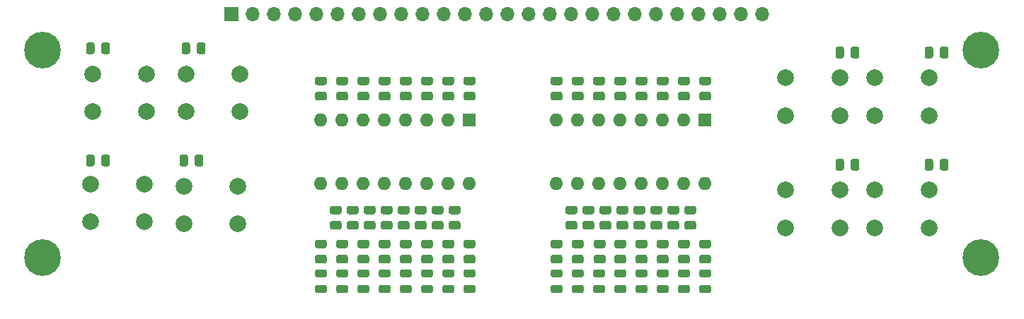
<source format=gbr>
%TF.GenerationSoftware,KiCad,Pcbnew,(5.1.9-0-10_14)*%
%TF.CreationDate,2021-07-06T13:22:30-04:00*%
%TF.ProjectId,prototyping-board,70726f74-6f74-4797-9069-6e672d626f61,rev?*%
%TF.SameCoordinates,Original*%
%TF.FileFunction,Soldermask,Top*%
%TF.FilePolarity,Negative*%
%FSLAX46Y46*%
G04 Gerber Fmt 4.6, Leading zero omitted, Abs format (unit mm)*
G04 Created by KiCad (PCBNEW (5.1.9-0-10_14)) date 2021-07-06 13:22:30*
%MOMM*%
%LPD*%
G01*
G04 APERTURE LIST*
%ADD10C,4.400000*%
%ADD11C,0.700000*%
%ADD12O,1.600000X1.600000*%
%ADD13R,1.600000X1.600000*%
%ADD14O,1.700000X1.700000*%
%ADD15R,1.700000X1.700000*%
%ADD16C,2.000000*%
G04 APERTURE END LIST*
D10*
%TO.C,REF\u002A\u002A*%
X43434000Y-126746000D03*
D11*
X45084000Y-126746000D03*
X44600726Y-127912726D03*
X43434000Y-128396000D03*
X42267274Y-127912726D03*
X41784000Y-126746000D03*
X42267274Y-125579274D03*
X43434000Y-125096000D03*
X44600726Y-125579274D03*
%TD*%
%TO.C,REF\u002A\u002A*%
X44600726Y-100687274D03*
X43434000Y-100204000D03*
X42267274Y-100687274D03*
X41784000Y-101854000D03*
X42267274Y-103020726D03*
X43434000Y-103504000D03*
X44600726Y-103020726D03*
X45084000Y-101854000D03*
D10*
X43434000Y-101854000D03*
%TD*%
D11*
%TO.C,REF\u002A\u002A*%
X156868726Y-125579274D03*
X155702000Y-125096000D03*
X154535274Y-125579274D03*
X154052000Y-126746000D03*
X154535274Y-127912726D03*
X155702000Y-128396000D03*
X156868726Y-127912726D03*
X157352000Y-126746000D03*
D10*
X155702000Y-126746000D03*
%TD*%
%TO.C,R56*%
G36*
G01*
X123132001Y-125584000D02*
X122231999Y-125584000D01*
G75*
G02*
X121982000Y-125334001I0J249999D01*
G01*
X121982000Y-124808999D01*
G75*
G02*
X122231999Y-124559000I249999J0D01*
G01*
X123132001Y-124559000D01*
G75*
G02*
X123382000Y-124808999I0J-249999D01*
G01*
X123382000Y-125334001D01*
G75*
G02*
X123132001Y-125584000I-249999J0D01*
G01*
G37*
G36*
G01*
X123132001Y-127409000D02*
X122231999Y-127409000D01*
G75*
G02*
X121982000Y-127159001I0J249999D01*
G01*
X121982000Y-126633999D01*
G75*
G02*
X122231999Y-126384000I249999J0D01*
G01*
X123132001Y-126384000D01*
G75*
G02*
X123382000Y-126633999I0J-249999D01*
G01*
X123382000Y-127159001D01*
G75*
G02*
X123132001Y-127409000I-249999J0D01*
G01*
G37*
%TD*%
%TO.C,R55*%
G36*
G01*
X120592001Y-125584000D02*
X119691999Y-125584000D01*
G75*
G02*
X119442000Y-125334001I0J249999D01*
G01*
X119442000Y-124808999D01*
G75*
G02*
X119691999Y-124559000I249999J0D01*
G01*
X120592001Y-124559000D01*
G75*
G02*
X120842000Y-124808999I0J-249999D01*
G01*
X120842000Y-125334001D01*
G75*
G02*
X120592001Y-125584000I-249999J0D01*
G01*
G37*
G36*
G01*
X120592001Y-127409000D02*
X119691999Y-127409000D01*
G75*
G02*
X119442000Y-127159001I0J249999D01*
G01*
X119442000Y-126633999D01*
G75*
G02*
X119691999Y-126384000I249999J0D01*
G01*
X120592001Y-126384000D01*
G75*
G02*
X120842000Y-126633999I0J-249999D01*
G01*
X120842000Y-127159001D01*
G75*
G02*
X120592001Y-127409000I-249999J0D01*
G01*
G37*
%TD*%
%TO.C,R54*%
G36*
G01*
X118052001Y-125584000D02*
X117151999Y-125584000D01*
G75*
G02*
X116902000Y-125334001I0J249999D01*
G01*
X116902000Y-124808999D01*
G75*
G02*
X117151999Y-124559000I249999J0D01*
G01*
X118052001Y-124559000D01*
G75*
G02*
X118302000Y-124808999I0J-249999D01*
G01*
X118302000Y-125334001D01*
G75*
G02*
X118052001Y-125584000I-249999J0D01*
G01*
G37*
G36*
G01*
X118052001Y-127409000D02*
X117151999Y-127409000D01*
G75*
G02*
X116902000Y-127159001I0J249999D01*
G01*
X116902000Y-126633999D01*
G75*
G02*
X117151999Y-126384000I249999J0D01*
G01*
X118052001Y-126384000D01*
G75*
G02*
X118302000Y-126633999I0J-249999D01*
G01*
X118302000Y-127159001D01*
G75*
G02*
X118052001Y-127409000I-249999J0D01*
G01*
G37*
%TD*%
%TO.C,R53*%
G36*
G01*
X115512001Y-125584000D02*
X114611999Y-125584000D01*
G75*
G02*
X114362000Y-125334001I0J249999D01*
G01*
X114362000Y-124808999D01*
G75*
G02*
X114611999Y-124559000I249999J0D01*
G01*
X115512001Y-124559000D01*
G75*
G02*
X115762000Y-124808999I0J-249999D01*
G01*
X115762000Y-125334001D01*
G75*
G02*
X115512001Y-125584000I-249999J0D01*
G01*
G37*
G36*
G01*
X115512001Y-127409000D02*
X114611999Y-127409000D01*
G75*
G02*
X114362000Y-127159001I0J249999D01*
G01*
X114362000Y-126633999D01*
G75*
G02*
X114611999Y-126384000I249999J0D01*
G01*
X115512001Y-126384000D01*
G75*
G02*
X115762000Y-126633999I0J-249999D01*
G01*
X115762000Y-127159001D01*
G75*
G02*
X115512001Y-127409000I-249999J0D01*
G01*
G37*
%TD*%
%TO.C,R52*%
G36*
G01*
X112972001Y-125584000D02*
X112071999Y-125584000D01*
G75*
G02*
X111822000Y-125334001I0J249999D01*
G01*
X111822000Y-124808999D01*
G75*
G02*
X112071999Y-124559000I249999J0D01*
G01*
X112972001Y-124559000D01*
G75*
G02*
X113222000Y-124808999I0J-249999D01*
G01*
X113222000Y-125334001D01*
G75*
G02*
X112972001Y-125584000I-249999J0D01*
G01*
G37*
G36*
G01*
X112972001Y-127409000D02*
X112071999Y-127409000D01*
G75*
G02*
X111822000Y-127159001I0J249999D01*
G01*
X111822000Y-126633999D01*
G75*
G02*
X112071999Y-126384000I249999J0D01*
G01*
X112972001Y-126384000D01*
G75*
G02*
X113222000Y-126633999I0J-249999D01*
G01*
X113222000Y-127159001D01*
G75*
G02*
X112972001Y-127409000I-249999J0D01*
G01*
G37*
%TD*%
%TO.C,R51*%
G36*
G01*
X110524001Y-125584000D02*
X109623999Y-125584000D01*
G75*
G02*
X109374000Y-125334001I0J249999D01*
G01*
X109374000Y-124808999D01*
G75*
G02*
X109623999Y-124559000I249999J0D01*
G01*
X110524001Y-124559000D01*
G75*
G02*
X110774000Y-124808999I0J-249999D01*
G01*
X110774000Y-125334001D01*
G75*
G02*
X110524001Y-125584000I-249999J0D01*
G01*
G37*
G36*
G01*
X110524001Y-127409000D02*
X109623999Y-127409000D01*
G75*
G02*
X109374000Y-127159001I0J249999D01*
G01*
X109374000Y-126633999D01*
G75*
G02*
X109623999Y-126384000I249999J0D01*
G01*
X110524001Y-126384000D01*
G75*
G02*
X110774000Y-126633999I0J-249999D01*
G01*
X110774000Y-127159001D01*
G75*
G02*
X110524001Y-127409000I-249999J0D01*
G01*
G37*
%TD*%
%TO.C,R50*%
G36*
G01*
X107892001Y-125584000D02*
X106991999Y-125584000D01*
G75*
G02*
X106742000Y-125334001I0J249999D01*
G01*
X106742000Y-124808999D01*
G75*
G02*
X106991999Y-124559000I249999J0D01*
G01*
X107892001Y-124559000D01*
G75*
G02*
X108142000Y-124808999I0J-249999D01*
G01*
X108142000Y-125334001D01*
G75*
G02*
X107892001Y-125584000I-249999J0D01*
G01*
G37*
G36*
G01*
X107892001Y-127409000D02*
X106991999Y-127409000D01*
G75*
G02*
X106742000Y-127159001I0J249999D01*
G01*
X106742000Y-126633999D01*
G75*
G02*
X106991999Y-126384000I249999J0D01*
G01*
X107892001Y-126384000D01*
G75*
G02*
X108142000Y-126633999I0J-249999D01*
G01*
X108142000Y-127159001D01*
G75*
G02*
X107892001Y-127409000I-249999J0D01*
G01*
G37*
%TD*%
%TO.C,R49*%
G36*
G01*
X105352001Y-125584000D02*
X104451999Y-125584000D01*
G75*
G02*
X104202000Y-125334001I0J249999D01*
G01*
X104202000Y-124808999D01*
G75*
G02*
X104451999Y-124559000I249999J0D01*
G01*
X105352001Y-124559000D01*
G75*
G02*
X105602000Y-124808999I0J-249999D01*
G01*
X105602000Y-125334001D01*
G75*
G02*
X105352001Y-125584000I-249999J0D01*
G01*
G37*
G36*
G01*
X105352001Y-127409000D02*
X104451999Y-127409000D01*
G75*
G02*
X104202000Y-127159001I0J249999D01*
G01*
X104202000Y-126633999D01*
G75*
G02*
X104451999Y-126384000I249999J0D01*
G01*
X105352001Y-126384000D01*
G75*
G02*
X105602000Y-126633999I0J-249999D01*
G01*
X105602000Y-127159001D01*
G75*
G02*
X105352001Y-127409000I-249999J0D01*
G01*
G37*
%TD*%
%TO.C,D16*%
G36*
G01*
X122225750Y-129990000D02*
X123138250Y-129990000D01*
G75*
G02*
X123382000Y-130233750I0J-243750D01*
G01*
X123382000Y-130721250D01*
G75*
G02*
X123138250Y-130965000I-243750J0D01*
G01*
X122225750Y-130965000D01*
G75*
G02*
X121982000Y-130721250I0J243750D01*
G01*
X121982000Y-130233750D01*
G75*
G02*
X122225750Y-129990000I243750J0D01*
G01*
G37*
G36*
G01*
X122225750Y-128115000D02*
X123138250Y-128115000D01*
G75*
G02*
X123382000Y-128358750I0J-243750D01*
G01*
X123382000Y-128846250D01*
G75*
G02*
X123138250Y-129090000I-243750J0D01*
G01*
X122225750Y-129090000D01*
G75*
G02*
X121982000Y-128846250I0J243750D01*
G01*
X121982000Y-128358750D01*
G75*
G02*
X122225750Y-128115000I243750J0D01*
G01*
G37*
%TD*%
%TO.C,D15*%
G36*
G01*
X119685750Y-129990000D02*
X120598250Y-129990000D01*
G75*
G02*
X120842000Y-130233750I0J-243750D01*
G01*
X120842000Y-130721250D01*
G75*
G02*
X120598250Y-130965000I-243750J0D01*
G01*
X119685750Y-130965000D01*
G75*
G02*
X119442000Y-130721250I0J243750D01*
G01*
X119442000Y-130233750D01*
G75*
G02*
X119685750Y-129990000I243750J0D01*
G01*
G37*
G36*
G01*
X119685750Y-128115000D02*
X120598250Y-128115000D01*
G75*
G02*
X120842000Y-128358750I0J-243750D01*
G01*
X120842000Y-128846250D01*
G75*
G02*
X120598250Y-129090000I-243750J0D01*
G01*
X119685750Y-129090000D01*
G75*
G02*
X119442000Y-128846250I0J243750D01*
G01*
X119442000Y-128358750D01*
G75*
G02*
X119685750Y-128115000I243750J0D01*
G01*
G37*
%TD*%
%TO.C,D14*%
G36*
G01*
X117145750Y-129990000D02*
X118058250Y-129990000D01*
G75*
G02*
X118302000Y-130233750I0J-243750D01*
G01*
X118302000Y-130721250D01*
G75*
G02*
X118058250Y-130965000I-243750J0D01*
G01*
X117145750Y-130965000D01*
G75*
G02*
X116902000Y-130721250I0J243750D01*
G01*
X116902000Y-130233750D01*
G75*
G02*
X117145750Y-129990000I243750J0D01*
G01*
G37*
G36*
G01*
X117145750Y-128115000D02*
X118058250Y-128115000D01*
G75*
G02*
X118302000Y-128358750I0J-243750D01*
G01*
X118302000Y-128846250D01*
G75*
G02*
X118058250Y-129090000I-243750J0D01*
G01*
X117145750Y-129090000D01*
G75*
G02*
X116902000Y-128846250I0J243750D01*
G01*
X116902000Y-128358750D01*
G75*
G02*
X117145750Y-128115000I243750J0D01*
G01*
G37*
%TD*%
%TO.C,D13*%
G36*
G01*
X114605750Y-129990000D02*
X115518250Y-129990000D01*
G75*
G02*
X115762000Y-130233750I0J-243750D01*
G01*
X115762000Y-130721250D01*
G75*
G02*
X115518250Y-130965000I-243750J0D01*
G01*
X114605750Y-130965000D01*
G75*
G02*
X114362000Y-130721250I0J243750D01*
G01*
X114362000Y-130233750D01*
G75*
G02*
X114605750Y-129990000I243750J0D01*
G01*
G37*
G36*
G01*
X114605750Y-128115000D02*
X115518250Y-128115000D01*
G75*
G02*
X115762000Y-128358750I0J-243750D01*
G01*
X115762000Y-128846250D01*
G75*
G02*
X115518250Y-129090000I-243750J0D01*
G01*
X114605750Y-129090000D01*
G75*
G02*
X114362000Y-128846250I0J243750D01*
G01*
X114362000Y-128358750D01*
G75*
G02*
X114605750Y-128115000I243750J0D01*
G01*
G37*
%TD*%
%TO.C,D12*%
G36*
G01*
X112065750Y-129990000D02*
X112978250Y-129990000D01*
G75*
G02*
X113222000Y-130233750I0J-243750D01*
G01*
X113222000Y-130721250D01*
G75*
G02*
X112978250Y-130965000I-243750J0D01*
G01*
X112065750Y-130965000D01*
G75*
G02*
X111822000Y-130721250I0J243750D01*
G01*
X111822000Y-130233750D01*
G75*
G02*
X112065750Y-129990000I243750J0D01*
G01*
G37*
G36*
G01*
X112065750Y-128115000D02*
X112978250Y-128115000D01*
G75*
G02*
X113222000Y-128358750I0J-243750D01*
G01*
X113222000Y-128846250D01*
G75*
G02*
X112978250Y-129090000I-243750J0D01*
G01*
X112065750Y-129090000D01*
G75*
G02*
X111822000Y-128846250I0J243750D01*
G01*
X111822000Y-128358750D01*
G75*
G02*
X112065750Y-128115000I243750J0D01*
G01*
G37*
%TD*%
%TO.C,D11*%
G36*
G01*
X109525750Y-129990000D02*
X110438250Y-129990000D01*
G75*
G02*
X110682000Y-130233750I0J-243750D01*
G01*
X110682000Y-130721250D01*
G75*
G02*
X110438250Y-130965000I-243750J0D01*
G01*
X109525750Y-130965000D01*
G75*
G02*
X109282000Y-130721250I0J243750D01*
G01*
X109282000Y-130233750D01*
G75*
G02*
X109525750Y-129990000I243750J0D01*
G01*
G37*
G36*
G01*
X109525750Y-128115000D02*
X110438250Y-128115000D01*
G75*
G02*
X110682000Y-128358750I0J-243750D01*
G01*
X110682000Y-128846250D01*
G75*
G02*
X110438250Y-129090000I-243750J0D01*
G01*
X109525750Y-129090000D01*
G75*
G02*
X109282000Y-128846250I0J243750D01*
G01*
X109282000Y-128358750D01*
G75*
G02*
X109525750Y-128115000I243750J0D01*
G01*
G37*
%TD*%
%TO.C,D10*%
G36*
G01*
X106985750Y-129990000D02*
X107898250Y-129990000D01*
G75*
G02*
X108142000Y-130233750I0J-243750D01*
G01*
X108142000Y-130721250D01*
G75*
G02*
X107898250Y-130965000I-243750J0D01*
G01*
X106985750Y-130965000D01*
G75*
G02*
X106742000Y-130721250I0J243750D01*
G01*
X106742000Y-130233750D01*
G75*
G02*
X106985750Y-129990000I243750J0D01*
G01*
G37*
G36*
G01*
X106985750Y-128115000D02*
X107898250Y-128115000D01*
G75*
G02*
X108142000Y-128358750I0J-243750D01*
G01*
X108142000Y-128846250D01*
G75*
G02*
X107898250Y-129090000I-243750J0D01*
G01*
X106985750Y-129090000D01*
G75*
G02*
X106742000Y-128846250I0J243750D01*
G01*
X106742000Y-128358750D01*
G75*
G02*
X106985750Y-128115000I243750J0D01*
G01*
G37*
%TD*%
%TO.C,D9*%
G36*
G01*
X104445750Y-129990000D02*
X105358250Y-129990000D01*
G75*
G02*
X105602000Y-130233750I0J-243750D01*
G01*
X105602000Y-130721250D01*
G75*
G02*
X105358250Y-130965000I-243750J0D01*
G01*
X104445750Y-130965000D01*
G75*
G02*
X104202000Y-130721250I0J243750D01*
G01*
X104202000Y-130233750D01*
G75*
G02*
X104445750Y-129990000I243750J0D01*
G01*
G37*
G36*
G01*
X104445750Y-128115000D02*
X105358250Y-128115000D01*
G75*
G02*
X105602000Y-128358750I0J-243750D01*
G01*
X105602000Y-128846250D01*
G75*
G02*
X105358250Y-129090000I-243750J0D01*
G01*
X104445750Y-129090000D01*
G75*
G02*
X104202000Y-128846250I0J243750D01*
G01*
X104202000Y-128358750D01*
G75*
G02*
X104445750Y-128115000I243750J0D01*
G01*
G37*
%TD*%
%TO.C,R48*%
G36*
G01*
X94938001Y-125584000D02*
X94037999Y-125584000D01*
G75*
G02*
X93788000Y-125334001I0J249999D01*
G01*
X93788000Y-124808999D01*
G75*
G02*
X94037999Y-124559000I249999J0D01*
G01*
X94938001Y-124559000D01*
G75*
G02*
X95188000Y-124808999I0J-249999D01*
G01*
X95188000Y-125334001D01*
G75*
G02*
X94938001Y-125584000I-249999J0D01*
G01*
G37*
G36*
G01*
X94938001Y-127409000D02*
X94037999Y-127409000D01*
G75*
G02*
X93788000Y-127159001I0J249999D01*
G01*
X93788000Y-126633999D01*
G75*
G02*
X94037999Y-126384000I249999J0D01*
G01*
X94938001Y-126384000D01*
G75*
G02*
X95188000Y-126633999I0J-249999D01*
G01*
X95188000Y-127159001D01*
G75*
G02*
X94938001Y-127409000I-249999J0D01*
G01*
G37*
%TD*%
%TO.C,R47*%
G36*
G01*
X92398001Y-125584000D02*
X91497999Y-125584000D01*
G75*
G02*
X91248000Y-125334001I0J249999D01*
G01*
X91248000Y-124808999D01*
G75*
G02*
X91497999Y-124559000I249999J0D01*
G01*
X92398001Y-124559000D01*
G75*
G02*
X92648000Y-124808999I0J-249999D01*
G01*
X92648000Y-125334001D01*
G75*
G02*
X92398001Y-125584000I-249999J0D01*
G01*
G37*
G36*
G01*
X92398001Y-127409000D02*
X91497999Y-127409000D01*
G75*
G02*
X91248000Y-127159001I0J249999D01*
G01*
X91248000Y-126633999D01*
G75*
G02*
X91497999Y-126384000I249999J0D01*
G01*
X92398001Y-126384000D01*
G75*
G02*
X92648000Y-126633999I0J-249999D01*
G01*
X92648000Y-127159001D01*
G75*
G02*
X92398001Y-127409000I-249999J0D01*
G01*
G37*
%TD*%
%TO.C,R46*%
G36*
G01*
X89858001Y-125584000D02*
X88957999Y-125584000D01*
G75*
G02*
X88708000Y-125334001I0J249999D01*
G01*
X88708000Y-124808999D01*
G75*
G02*
X88957999Y-124559000I249999J0D01*
G01*
X89858001Y-124559000D01*
G75*
G02*
X90108000Y-124808999I0J-249999D01*
G01*
X90108000Y-125334001D01*
G75*
G02*
X89858001Y-125584000I-249999J0D01*
G01*
G37*
G36*
G01*
X89858001Y-127409000D02*
X88957999Y-127409000D01*
G75*
G02*
X88708000Y-127159001I0J249999D01*
G01*
X88708000Y-126633999D01*
G75*
G02*
X88957999Y-126384000I249999J0D01*
G01*
X89858001Y-126384000D01*
G75*
G02*
X90108000Y-126633999I0J-249999D01*
G01*
X90108000Y-127159001D01*
G75*
G02*
X89858001Y-127409000I-249999J0D01*
G01*
G37*
%TD*%
%TO.C,R45*%
G36*
G01*
X87318001Y-125584000D02*
X86417999Y-125584000D01*
G75*
G02*
X86168000Y-125334001I0J249999D01*
G01*
X86168000Y-124808999D01*
G75*
G02*
X86417999Y-124559000I249999J0D01*
G01*
X87318001Y-124559000D01*
G75*
G02*
X87568000Y-124808999I0J-249999D01*
G01*
X87568000Y-125334001D01*
G75*
G02*
X87318001Y-125584000I-249999J0D01*
G01*
G37*
G36*
G01*
X87318001Y-127409000D02*
X86417999Y-127409000D01*
G75*
G02*
X86168000Y-127159001I0J249999D01*
G01*
X86168000Y-126633999D01*
G75*
G02*
X86417999Y-126384000I249999J0D01*
G01*
X87318001Y-126384000D01*
G75*
G02*
X87568000Y-126633999I0J-249999D01*
G01*
X87568000Y-127159001D01*
G75*
G02*
X87318001Y-127409000I-249999J0D01*
G01*
G37*
%TD*%
%TO.C,R44*%
G36*
G01*
X84778001Y-125584000D02*
X83877999Y-125584000D01*
G75*
G02*
X83628000Y-125334001I0J249999D01*
G01*
X83628000Y-124808999D01*
G75*
G02*
X83877999Y-124559000I249999J0D01*
G01*
X84778001Y-124559000D01*
G75*
G02*
X85028000Y-124808999I0J-249999D01*
G01*
X85028000Y-125334001D01*
G75*
G02*
X84778001Y-125584000I-249999J0D01*
G01*
G37*
G36*
G01*
X84778001Y-127409000D02*
X83877999Y-127409000D01*
G75*
G02*
X83628000Y-127159001I0J249999D01*
G01*
X83628000Y-126633999D01*
G75*
G02*
X83877999Y-126384000I249999J0D01*
G01*
X84778001Y-126384000D01*
G75*
G02*
X85028000Y-126633999I0J-249999D01*
G01*
X85028000Y-127159001D01*
G75*
G02*
X84778001Y-127409000I-249999J0D01*
G01*
G37*
%TD*%
%TO.C,R43*%
G36*
G01*
X82238001Y-125584000D02*
X81337999Y-125584000D01*
G75*
G02*
X81088000Y-125334001I0J249999D01*
G01*
X81088000Y-124808999D01*
G75*
G02*
X81337999Y-124559000I249999J0D01*
G01*
X82238001Y-124559000D01*
G75*
G02*
X82488000Y-124808999I0J-249999D01*
G01*
X82488000Y-125334001D01*
G75*
G02*
X82238001Y-125584000I-249999J0D01*
G01*
G37*
G36*
G01*
X82238001Y-127409000D02*
X81337999Y-127409000D01*
G75*
G02*
X81088000Y-127159001I0J249999D01*
G01*
X81088000Y-126633999D01*
G75*
G02*
X81337999Y-126384000I249999J0D01*
G01*
X82238001Y-126384000D01*
G75*
G02*
X82488000Y-126633999I0J-249999D01*
G01*
X82488000Y-127159001D01*
G75*
G02*
X82238001Y-127409000I-249999J0D01*
G01*
G37*
%TD*%
%TO.C,R42*%
G36*
G01*
X79698001Y-125584000D02*
X78797999Y-125584000D01*
G75*
G02*
X78548000Y-125334001I0J249999D01*
G01*
X78548000Y-124808999D01*
G75*
G02*
X78797999Y-124559000I249999J0D01*
G01*
X79698001Y-124559000D01*
G75*
G02*
X79948000Y-124808999I0J-249999D01*
G01*
X79948000Y-125334001D01*
G75*
G02*
X79698001Y-125584000I-249999J0D01*
G01*
G37*
G36*
G01*
X79698001Y-127409000D02*
X78797999Y-127409000D01*
G75*
G02*
X78548000Y-127159001I0J249999D01*
G01*
X78548000Y-126633999D01*
G75*
G02*
X78797999Y-126384000I249999J0D01*
G01*
X79698001Y-126384000D01*
G75*
G02*
X79948000Y-126633999I0J-249999D01*
G01*
X79948000Y-127159001D01*
G75*
G02*
X79698001Y-127409000I-249999J0D01*
G01*
G37*
%TD*%
%TO.C,D8*%
G36*
G01*
X94031750Y-129990000D02*
X94944250Y-129990000D01*
G75*
G02*
X95188000Y-130233750I0J-243750D01*
G01*
X95188000Y-130721250D01*
G75*
G02*
X94944250Y-130965000I-243750J0D01*
G01*
X94031750Y-130965000D01*
G75*
G02*
X93788000Y-130721250I0J243750D01*
G01*
X93788000Y-130233750D01*
G75*
G02*
X94031750Y-129990000I243750J0D01*
G01*
G37*
G36*
G01*
X94031750Y-128115000D02*
X94944250Y-128115000D01*
G75*
G02*
X95188000Y-128358750I0J-243750D01*
G01*
X95188000Y-128846250D01*
G75*
G02*
X94944250Y-129090000I-243750J0D01*
G01*
X94031750Y-129090000D01*
G75*
G02*
X93788000Y-128846250I0J243750D01*
G01*
X93788000Y-128358750D01*
G75*
G02*
X94031750Y-128115000I243750J0D01*
G01*
G37*
%TD*%
%TO.C,D7*%
G36*
G01*
X91491750Y-129990000D02*
X92404250Y-129990000D01*
G75*
G02*
X92648000Y-130233750I0J-243750D01*
G01*
X92648000Y-130721250D01*
G75*
G02*
X92404250Y-130965000I-243750J0D01*
G01*
X91491750Y-130965000D01*
G75*
G02*
X91248000Y-130721250I0J243750D01*
G01*
X91248000Y-130233750D01*
G75*
G02*
X91491750Y-129990000I243750J0D01*
G01*
G37*
G36*
G01*
X91491750Y-128115000D02*
X92404250Y-128115000D01*
G75*
G02*
X92648000Y-128358750I0J-243750D01*
G01*
X92648000Y-128846250D01*
G75*
G02*
X92404250Y-129090000I-243750J0D01*
G01*
X91491750Y-129090000D01*
G75*
G02*
X91248000Y-128846250I0J243750D01*
G01*
X91248000Y-128358750D01*
G75*
G02*
X91491750Y-128115000I243750J0D01*
G01*
G37*
%TD*%
%TO.C,D6*%
G36*
G01*
X88951750Y-129990000D02*
X89864250Y-129990000D01*
G75*
G02*
X90108000Y-130233750I0J-243750D01*
G01*
X90108000Y-130721250D01*
G75*
G02*
X89864250Y-130965000I-243750J0D01*
G01*
X88951750Y-130965000D01*
G75*
G02*
X88708000Y-130721250I0J243750D01*
G01*
X88708000Y-130233750D01*
G75*
G02*
X88951750Y-129990000I243750J0D01*
G01*
G37*
G36*
G01*
X88951750Y-128115000D02*
X89864250Y-128115000D01*
G75*
G02*
X90108000Y-128358750I0J-243750D01*
G01*
X90108000Y-128846250D01*
G75*
G02*
X89864250Y-129090000I-243750J0D01*
G01*
X88951750Y-129090000D01*
G75*
G02*
X88708000Y-128846250I0J243750D01*
G01*
X88708000Y-128358750D01*
G75*
G02*
X88951750Y-128115000I243750J0D01*
G01*
G37*
%TD*%
%TO.C,D5*%
G36*
G01*
X86411750Y-129990000D02*
X87324250Y-129990000D01*
G75*
G02*
X87568000Y-130233750I0J-243750D01*
G01*
X87568000Y-130721250D01*
G75*
G02*
X87324250Y-130965000I-243750J0D01*
G01*
X86411750Y-130965000D01*
G75*
G02*
X86168000Y-130721250I0J243750D01*
G01*
X86168000Y-130233750D01*
G75*
G02*
X86411750Y-129990000I243750J0D01*
G01*
G37*
G36*
G01*
X86411750Y-128115000D02*
X87324250Y-128115000D01*
G75*
G02*
X87568000Y-128358750I0J-243750D01*
G01*
X87568000Y-128846250D01*
G75*
G02*
X87324250Y-129090000I-243750J0D01*
G01*
X86411750Y-129090000D01*
G75*
G02*
X86168000Y-128846250I0J243750D01*
G01*
X86168000Y-128358750D01*
G75*
G02*
X86411750Y-128115000I243750J0D01*
G01*
G37*
%TD*%
%TO.C,D4*%
G36*
G01*
X83871750Y-129990000D02*
X84784250Y-129990000D01*
G75*
G02*
X85028000Y-130233750I0J-243750D01*
G01*
X85028000Y-130721250D01*
G75*
G02*
X84784250Y-130965000I-243750J0D01*
G01*
X83871750Y-130965000D01*
G75*
G02*
X83628000Y-130721250I0J243750D01*
G01*
X83628000Y-130233750D01*
G75*
G02*
X83871750Y-129990000I243750J0D01*
G01*
G37*
G36*
G01*
X83871750Y-128115000D02*
X84784250Y-128115000D01*
G75*
G02*
X85028000Y-128358750I0J-243750D01*
G01*
X85028000Y-128846250D01*
G75*
G02*
X84784250Y-129090000I-243750J0D01*
G01*
X83871750Y-129090000D01*
G75*
G02*
X83628000Y-128846250I0J243750D01*
G01*
X83628000Y-128358750D01*
G75*
G02*
X83871750Y-128115000I243750J0D01*
G01*
G37*
%TD*%
%TO.C,D3*%
G36*
G01*
X81331750Y-129990000D02*
X82244250Y-129990000D01*
G75*
G02*
X82488000Y-130233750I0J-243750D01*
G01*
X82488000Y-130721250D01*
G75*
G02*
X82244250Y-130965000I-243750J0D01*
G01*
X81331750Y-130965000D01*
G75*
G02*
X81088000Y-130721250I0J243750D01*
G01*
X81088000Y-130233750D01*
G75*
G02*
X81331750Y-129990000I243750J0D01*
G01*
G37*
G36*
G01*
X81331750Y-128115000D02*
X82244250Y-128115000D01*
G75*
G02*
X82488000Y-128358750I0J-243750D01*
G01*
X82488000Y-128846250D01*
G75*
G02*
X82244250Y-129090000I-243750J0D01*
G01*
X81331750Y-129090000D01*
G75*
G02*
X81088000Y-128846250I0J243750D01*
G01*
X81088000Y-128358750D01*
G75*
G02*
X81331750Y-128115000I243750J0D01*
G01*
G37*
%TD*%
%TO.C,D2*%
G36*
G01*
X78791750Y-129990000D02*
X79704250Y-129990000D01*
G75*
G02*
X79948000Y-130233750I0J-243750D01*
G01*
X79948000Y-130721250D01*
G75*
G02*
X79704250Y-130965000I-243750J0D01*
G01*
X78791750Y-130965000D01*
G75*
G02*
X78548000Y-130721250I0J243750D01*
G01*
X78548000Y-130233750D01*
G75*
G02*
X78791750Y-129990000I243750J0D01*
G01*
G37*
G36*
G01*
X78791750Y-128115000D02*
X79704250Y-128115000D01*
G75*
G02*
X79948000Y-128358750I0J-243750D01*
G01*
X79948000Y-128846250D01*
G75*
G02*
X79704250Y-129090000I-243750J0D01*
G01*
X78791750Y-129090000D01*
G75*
G02*
X78548000Y-128846250I0J243750D01*
G01*
X78548000Y-128358750D01*
G75*
G02*
X78791750Y-128115000I243750J0D01*
G01*
G37*
%TD*%
%TO.C,R41*%
G36*
G01*
X77158001Y-125584000D02*
X76257999Y-125584000D01*
G75*
G02*
X76008000Y-125334001I0J249999D01*
G01*
X76008000Y-124808999D01*
G75*
G02*
X76257999Y-124559000I249999J0D01*
G01*
X77158001Y-124559000D01*
G75*
G02*
X77408000Y-124808999I0J-249999D01*
G01*
X77408000Y-125334001D01*
G75*
G02*
X77158001Y-125584000I-249999J0D01*
G01*
G37*
G36*
G01*
X77158001Y-127409000D02*
X76257999Y-127409000D01*
G75*
G02*
X76008000Y-127159001I0J249999D01*
G01*
X76008000Y-126633999D01*
G75*
G02*
X76257999Y-126384000I249999J0D01*
G01*
X77158001Y-126384000D01*
G75*
G02*
X77408000Y-126633999I0J-249999D01*
G01*
X77408000Y-127159001D01*
G75*
G02*
X77158001Y-127409000I-249999J0D01*
G01*
G37*
%TD*%
%TO.C,D1*%
G36*
G01*
X76251750Y-129990000D02*
X77164250Y-129990000D01*
G75*
G02*
X77408000Y-130233750I0J-243750D01*
G01*
X77408000Y-130721250D01*
G75*
G02*
X77164250Y-130965000I-243750J0D01*
G01*
X76251750Y-130965000D01*
G75*
G02*
X76008000Y-130721250I0J243750D01*
G01*
X76008000Y-130233750D01*
G75*
G02*
X76251750Y-129990000I243750J0D01*
G01*
G37*
G36*
G01*
X76251750Y-128115000D02*
X77164250Y-128115000D01*
G75*
G02*
X77408000Y-128358750I0J-243750D01*
G01*
X77408000Y-128846250D01*
G75*
G02*
X77164250Y-129090000I-243750J0D01*
G01*
X76251750Y-129090000D01*
G75*
G02*
X76008000Y-128846250I0J243750D01*
G01*
X76008000Y-128358750D01*
G75*
G02*
X76251750Y-128115000I243750J0D01*
G01*
G37*
%TD*%
D12*
%TO.C,SW8*%
X122682000Y-117856000D03*
X104902000Y-110236000D03*
X120142000Y-117856000D03*
X107442000Y-110236000D03*
X117602000Y-117856000D03*
X109982000Y-110236000D03*
X115062000Y-117856000D03*
X112522000Y-110236000D03*
X112522000Y-117856000D03*
X115062000Y-110236000D03*
X109982000Y-117856000D03*
X117602000Y-110236000D03*
X107442000Y-117856000D03*
X120142000Y-110236000D03*
X104902000Y-117856000D03*
D13*
X122682000Y-110236000D03*
%TD*%
D10*
%TO.C,REF\u002A\u002A*%
X155702000Y-101854000D03*
D11*
X157352000Y-101854000D03*
X156868726Y-103020726D03*
X155702000Y-103504000D03*
X154535274Y-103020726D03*
X154052000Y-101854000D03*
X154535274Y-100687274D03*
X155702000Y-100204000D03*
X156868726Y-100687274D03*
%TD*%
D14*
%TO.C,J1*%
X129540000Y-97536000D03*
X127000000Y-97536000D03*
X124460000Y-97536000D03*
X121920000Y-97536000D03*
X119380000Y-97536000D03*
X116840000Y-97536000D03*
X114300000Y-97536000D03*
X111760000Y-97536000D03*
X109220000Y-97536000D03*
X106680000Y-97536000D03*
X104140000Y-97536000D03*
X101600000Y-97536000D03*
X99060000Y-97536000D03*
X96520000Y-97536000D03*
X93980000Y-97536000D03*
X91440000Y-97536000D03*
X88900000Y-97536000D03*
X86360000Y-97536000D03*
X83820000Y-97536000D03*
X81280000Y-97536000D03*
X78740000Y-97536000D03*
X76200000Y-97536000D03*
X73660000Y-97536000D03*
X71120000Y-97536000D03*
X68580000Y-97536000D03*
D15*
X66040000Y-97536000D03*
%TD*%
D16*
%TO.C,SW10*%
X149502000Y-118618000D03*
X149502000Y-123118000D03*
X143002000Y-118618000D03*
X143002000Y-123118000D03*
%TD*%
%TO.C,SW9*%
X138834000Y-118618000D03*
X138834000Y-123118000D03*
X132334000Y-118618000D03*
X132334000Y-123118000D03*
%TD*%
%TO.C,SW6*%
X149502000Y-105156000D03*
X149502000Y-109656000D03*
X143002000Y-105156000D03*
X143002000Y-109656000D03*
%TD*%
%TO.C,SW5*%
X138834000Y-105156000D03*
X138834000Y-109656000D03*
X132334000Y-105156000D03*
X132334000Y-109656000D03*
%TD*%
%TO.C,SW4*%
X49380000Y-109220000D03*
X49380000Y-104720000D03*
X55880000Y-109220000D03*
X55880000Y-104720000D03*
%TD*%
%TO.C,SW3*%
X49126000Y-122428000D03*
X49126000Y-117928000D03*
X55626000Y-122428000D03*
X55626000Y-117928000D03*
%TD*%
%TO.C,SW2*%
X60556000Y-109220000D03*
X60556000Y-104720000D03*
X67056000Y-109220000D03*
X67056000Y-104720000D03*
%TD*%
%TO.C,SW1*%
X60302000Y-122682000D03*
X60302000Y-118182000D03*
X66802000Y-122682000D03*
X66802000Y-118182000D03*
%TD*%
%TO.C,R40*%
G36*
G01*
X150768000Y-116020001D02*
X150768000Y-115119999D01*
G75*
G02*
X151017999Y-114870000I249999J0D01*
G01*
X151543001Y-114870000D01*
G75*
G02*
X151793000Y-115119999I0J-249999D01*
G01*
X151793000Y-116020001D01*
G75*
G02*
X151543001Y-116270000I-249999J0D01*
G01*
X151017999Y-116270000D01*
G75*
G02*
X150768000Y-116020001I0J249999D01*
G01*
G37*
G36*
G01*
X148943000Y-116020001D02*
X148943000Y-115119999D01*
G75*
G02*
X149192999Y-114870000I249999J0D01*
G01*
X149718001Y-114870000D01*
G75*
G02*
X149968000Y-115119999I0J-249999D01*
G01*
X149968000Y-116020001D01*
G75*
G02*
X149718001Y-116270000I-249999J0D01*
G01*
X149192999Y-116270000D01*
G75*
G02*
X148943000Y-116020001I0J249999D01*
G01*
G37*
%TD*%
%TO.C,R39*%
G36*
G01*
X140100000Y-116020001D02*
X140100000Y-115119999D01*
G75*
G02*
X140349999Y-114870000I249999J0D01*
G01*
X140875001Y-114870000D01*
G75*
G02*
X141125000Y-115119999I0J-249999D01*
G01*
X141125000Y-116020001D01*
G75*
G02*
X140875001Y-116270000I-249999J0D01*
G01*
X140349999Y-116270000D01*
G75*
G02*
X140100000Y-116020001I0J249999D01*
G01*
G37*
G36*
G01*
X138275000Y-116020001D02*
X138275000Y-115119999D01*
G75*
G02*
X138524999Y-114870000I249999J0D01*
G01*
X139050001Y-114870000D01*
G75*
G02*
X139300000Y-115119999I0J-249999D01*
G01*
X139300000Y-116020001D01*
G75*
G02*
X139050001Y-116270000I-249999J0D01*
G01*
X138524999Y-116270000D01*
G75*
G02*
X138275000Y-116020001I0J249999D01*
G01*
G37*
%TD*%
%TO.C,R38*%
G36*
G01*
X150768000Y-102558001D02*
X150768000Y-101657999D01*
G75*
G02*
X151017999Y-101408000I249999J0D01*
G01*
X151543001Y-101408000D01*
G75*
G02*
X151793000Y-101657999I0J-249999D01*
G01*
X151793000Y-102558001D01*
G75*
G02*
X151543001Y-102808000I-249999J0D01*
G01*
X151017999Y-102808000D01*
G75*
G02*
X150768000Y-102558001I0J249999D01*
G01*
G37*
G36*
G01*
X148943000Y-102558001D02*
X148943000Y-101657999D01*
G75*
G02*
X149192999Y-101408000I249999J0D01*
G01*
X149718001Y-101408000D01*
G75*
G02*
X149968000Y-101657999I0J-249999D01*
G01*
X149968000Y-102558001D01*
G75*
G02*
X149718001Y-102808000I-249999J0D01*
G01*
X149192999Y-102808000D01*
G75*
G02*
X148943000Y-102558001I0J249999D01*
G01*
G37*
%TD*%
%TO.C,R37*%
G36*
G01*
X140100000Y-102558001D02*
X140100000Y-101657999D01*
G75*
G02*
X140349999Y-101408000I249999J0D01*
G01*
X140875001Y-101408000D01*
G75*
G02*
X141125000Y-101657999I0J-249999D01*
G01*
X141125000Y-102558001D01*
G75*
G02*
X140875001Y-102808000I-249999J0D01*
G01*
X140349999Y-102808000D01*
G75*
G02*
X140100000Y-102558001I0J249999D01*
G01*
G37*
G36*
G01*
X138275000Y-102558001D02*
X138275000Y-101657999D01*
G75*
G02*
X138524999Y-101408000I249999J0D01*
G01*
X139050001Y-101408000D01*
G75*
G02*
X139300000Y-101657999I0J-249999D01*
G01*
X139300000Y-102558001D01*
G75*
G02*
X139050001Y-102808000I-249999J0D01*
G01*
X138524999Y-102808000D01*
G75*
G02*
X138275000Y-102558001I0J249999D01*
G01*
G37*
%TD*%
%TO.C,R36*%
G36*
G01*
X61614000Y-115512001D02*
X61614000Y-114611999D01*
G75*
G02*
X61863999Y-114362000I249999J0D01*
G01*
X62389001Y-114362000D01*
G75*
G02*
X62639000Y-114611999I0J-249999D01*
G01*
X62639000Y-115512001D01*
G75*
G02*
X62389001Y-115762000I-249999J0D01*
G01*
X61863999Y-115762000D01*
G75*
G02*
X61614000Y-115512001I0J249999D01*
G01*
G37*
G36*
G01*
X59789000Y-115512001D02*
X59789000Y-114611999D01*
G75*
G02*
X60038999Y-114362000I249999J0D01*
G01*
X60564001Y-114362000D01*
G75*
G02*
X60814000Y-114611999I0J-249999D01*
G01*
X60814000Y-115512001D01*
G75*
G02*
X60564001Y-115762000I-249999J0D01*
G01*
X60038999Y-115762000D01*
G75*
G02*
X59789000Y-115512001I0J249999D01*
G01*
G37*
%TD*%
%TO.C,R35*%
G36*
G01*
X50438000Y-102050001D02*
X50438000Y-101149999D01*
G75*
G02*
X50687999Y-100900000I249999J0D01*
G01*
X51213001Y-100900000D01*
G75*
G02*
X51463000Y-101149999I0J-249999D01*
G01*
X51463000Y-102050001D01*
G75*
G02*
X51213001Y-102300000I-249999J0D01*
G01*
X50687999Y-102300000D01*
G75*
G02*
X50438000Y-102050001I0J249999D01*
G01*
G37*
G36*
G01*
X48613000Y-102050001D02*
X48613000Y-101149999D01*
G75*
G02*
X48862999Y-100900000I249999J0D01*
G01*
X49388001Y-100900000D01*
G75*
G02*
X49638000Y-101149999I0J-249999D01*
G01*
X49638000Y-102050001D01*
G75*
G02*
X49388001Y-102300000I-249999J0D01*
G01*
X48862999Y-102300000D01*
G75*
G02*
X48613000Y-102050001I0J249999D01*
G01*
G37*
%TD*%
%TO.C,R34*%
G36*
G01*
X50438000Y-115512001D02*
X50438000Y-114611999D01*
G75*
G02*
X50687999Y-114362000I249999J0D01*
G01*
X51213001Y-114362000D01*
G75*
G02*
X51463000Y-114611999I0J-249999D01*
G01*
X51463000Y-115512001D01*
G75*
G02*
X51213001Y-115762000I-249999J0D01*
G01*
X50687999Y-115762000D01*
G75*
G02*
X50438000Y-115512001I0J249999D01*
G01*
G37*
G36*
G01*
X48613000Y-115512001D02*
X48613000Y-114611999D01*
G75*
G02*
X48862999Y-114362000I249999J0D01*
G01*
X49388001Y-114362000D01*
G75*
G02*
X49638000Y-114611999I0J-249999D01*
G01*
X49638000Y-115512001D01*
G75*
G02*
X49388001Y-115762000I-249999J0D01*
G01*
X48862999Y-115762000D01*
G75*
G02*
X48613000Y-115512001I0J249999D01*
G01*
G37*
%TD*%
%TO.C,R33*%
G36*
G01*
X61868000Y-102050001D02*
X61868000Y-101149999D01*
G75*
G02*
X62117999Y-100900000I249999J0D01*
G01*
X62643001Y-100900000D01*
G75*
G02*
X62893000Y-101149999I0J-249999D01*
G01*
X62893000Y-102050001D01*
G75*
G02*
X62643001Y-102300000I-249999J0D01*
G01*
X62117999Y-102300000D01*
G75*
G02*
X61868000Y-102050001I0J249999D01*
G01*
G37*
G36*
G01*
X60043000Y-102050001D02*
X60043000Y-101149999D01*
G75*
G02*
X60292999Y-100900000I249999J0D01*
G01*
X60818001Y-100900000D01*
G75*
G02*
X61068000Y-101149999I0J-249999D01*
G01*
X61068000Y-102050001D01*
G75*
G02*
X60818001Y-102300000I-249999J0D01*
G01*
X60292999Y-102300000D01*
G75*
G02*
X60043000Y-102050001I0J249999D01*
G01*
G37*
%TD*%
%TO.C,R32*%
G36*
G01*
X120453999Y-122320000D02*
X121354001Y-122320000D01*
G75*
G02*
X121604000Y-122569999I0J-249999D01*
G01*
X121604000Y-123095001D01*
G75*
G02*
X121354001Y-123345000I-249999J0D01*
G01*
X120453999Y-123345000D01*
G75*
G02*
X120204000Y-123095001I0J249999D01*
G01*
X120204000Y-122569999D01*
G75*
G02*
X120453999Y-122320000I249999J0D01*
G01*
G37*
G36*
G01*
X120453999Y-120495000D02*
X121354001Y-120495000D01*
G75*
G02*
X121604000Y-120744999I0J-249999D01*
G01*
X121604000Y-121270001D01*
G75*
G02*
X121354001Y-121520000I-249999J0D01*
G01*
X120453999Y-121520000D01*
G75*
G02*
X120204000Y-121270001I0J249999D01*
G01*
X120204000Y-120744999D01*
G75*
G02*
X120453999Y-120495000I249999J0D01*
G01*
G37*
%TD*%
%TO.C,R31*%
G36*
G01*
X118421999Y-122320000D02*
X119322001Y-122320000D01*
G75*
G02*
X119572000Y-122569999I0J-249999D01*
G01*
X119572000Y-123095001D01*
G75*
G02*
X119322001Y-123345000I-249999J0D01*
G01*
X118421999Y-123345000D01*
G75*
G02*
X118172000Y-123095001I0J249999D01*
G01*
X118172000Y-122569999D01*
G75*
G02*
X118421999Y-122320000I249999J0D01*
G01*
G37*
G36*
G01*
X118421999Y-120495000D02*
X119322001Y-120495000D01*
G75*
G02*
X119572000Y-120744999I0J-249999D01*
G01*
X119572000Y-121270001D01*
G75*
G02*
X119322001Y-121520000I-249999J0D01*
G01*
X118421999Y-121520000D01*
G75*
G02*
X118172000Y-121270001I0J249999D01*
G01*
X118172000Y-120744999D01*
G75*
G02*
X118421999Y-120495000I249999J0D01*
G01*
G37*
%TD*%
%TO.C,R30*%
G36*
G01*
X116389999Y-122320000D02*
X117290001Y-122320000D01*
G75*
G02*
X117540000Y-122569999I0J-249999D01*
G01*
X117540000Y-123095001D01*
G75*
G02*
X117290001Y-123345000I-249999J0D01*
G01*
X116389999Y-123345000D01*
G75*
G02*
X116140000Y-123095001I0J249999D01*
G01*
X116140000Y-122569999D01*
G75*
G02*
X116389999Y-122320000I249999J0D01*
G01*
G37*
G36*
G01*
X116389999Y-120495000D02*
X117290001Y-120495000D01*
G75*
G02*
X117540000Y-120744999I0J-249999D01*
G01*
X117540000Y-121270001D01*
G75*
G02*
X117290001Y-121520000I-249999J0D01*
G01*
X116389999Y-121520000D01*
G75*
G02*
X116140000Y-121270001I0J249999D01*
G01*
X116140000Y-120744999D01*
G75*
G02*
X116389999Y-120495000I249999J0D01*
G01*
G37*
%TD*%
%TO.C,R29*%
G36*
G01*
X114357999Y-122320000D02*
X115258001Y-122320000D01*
G75*
G02*
X115508000Y-122569999I0J-249999D01*
G01*
X115508000Y-123095001D01*
G75*
G02*
X115258001Y-123345000I-249999J0D01*
G01*
X114357999Y-123345000D01*
G75*
G02*
X114108000Y-123095001I0J249999D01*
G01*
X114108000Y-122569999D01*
G75*
G02*
X114357999Y-122320000I249999J0D01*
G01*
G37*
G36*
G01*
X114357999Y-120495000D02*
X115258001Y-120495000D01*
G75*
G02*
X115508000Y-120744999I0J-249999D01*
G01*
X115508000Y-121270001D01*
G75*
G02*
X115258001Y-121520000I-249999J0D01*
G01*
X114357999Y-121520000D01*
G75*
G02*
X114108000Y-121270001I0J249999D01*
G01*
X114108000Y-120744999D01*
G75*
G02*
X114357999Y-120495000I249999J0D01*
G01*
G37*
%TD*%
%TO.C,R28*%
G36*
G01*
X112325999Y-122320000D02*
X113226001Y-122320000D01*
G75*
G02*
X113476000Y-122569999I0J-249999D01*
G01*
X113476000Y-123095001D01*
G75*
G02*
X113226001Y-123345000I-249999J0D01*
G01*
X112325999Y-123345000D01*
G75*
G02*
X112076000Y-123095001I0J249999D01*
G01*
X112076000Y-122569999D01*
G75*
G02*
X112325999Y-122320000I249999J0D01*
G01*
G37*
G36*
G01*
X112325999Y-120495000D02*
X113226001Y-120495000D01*
G75*
G02*
X113476000Y-120744999I0J-249999D01*
G01*
X113476000Y-121270001D01*
G75*
G02*
X113226001Y-121520000I-249999J0D01*
G01*
X112325999Y-121520000D01*
G75*
G02*
X112076000Y-121270001I0J249999D01*
G01*
X112076000Y-120744999D01*
G75*
G02*
X112325999Y-120495000I249999J0D01*
G01*
G37*
%TD*%
%TO.C,R27*%
G36*
G01*
X110293999Y-122320000D02*
X111194001Y-122320000D01*
G75*
G02*
X111444000Y-122569999I0J-249999D01*
G01*
X111444000Y-123095001D01*
G75*
G02*
X111194001Y-123345000I-249999J0D01*
G01*
X110293999Y-123345000D01*
G75*
G02*
X110044000Y-123095001I0J249999D01*
G01*
X110044000Y-122569999D01*
G75*
G02*
X110293999Y-122320000I249999J0D01*
G01*
G37*
G36*
G01*
X110293999Y-120495000D02*
X111194001Y-120495000D01*
G75*
G02*
X111444000Y-120744999I0J-249999D01*
G01*
X111444000Y-121270001D01*
G75*
G02*
X111194001Y-121520000I-249999J0D01*
G01*
X110293999Y-121520000D01*
G75*
G02*
X110044000Y-121270001I0J249999D01*
G01*
X110044000Y-120744999D01*
G75*
G02*
X110293999Y-120495000I249999J0D01*
G01*
G37*
%TD*%
%TO.C,R26*%
G36*
G01*
X108261999Y-122320000D02*
X109162001Y-122320000D01*
G75*
G02*
X109412000Y-122569999I0J-249999D01*
G01*
X109412000Y-123095001D01*
G75*
G02*
X109162001Y-123345000I-249999J0D01*
G01*
X108261999Y-123345000D01*
G75*
G02*
X108012000Y-123095001I0J249999D01*
G01*
X108012000Y-122569999D01*
G75*
G02*
X108261999Y-122320000I249999J0D01*
G01*
G37*
G36*
G01*
X108261999Y-120495000D02*
X109162001Y-120495000D01*
G75*
G02*
X109412000Y-120744999I0J-249999D01*
G01*
X109412000Y-121270001D01*
G75*
G02*
X109162001Y-121520000I-249999J0D01*
G01*
X108261999Y-121520000D01*
G75*
G02*
X108012000Y-121270001I0J249999D01*
G01*
X108012000Y-120744999D01*
G75*
G02*
X108261999Y-120495000I249999J0D01*
G01*
G37*
%TD*%
%TO.C,R25*%
G36*
G01*
X106229999Y-122320000D02*
X107130001Y-122320000D01*
G75*
G02*
X107380000Y-122569999I0J-249999D01*
G01*
X107380000Y-123095001D01*
G75*
G02*
X107130001Y-123345000I-249999J0D01*
G01*
X106229999Y-123345000D01*
G75*
G02*
X105980000Y-123095001I0J249999D01*
G01*
X105980000Y-122569999D01*
G75*
G02*
X106229999Y-122320000I249999J0D01*
G01*
G37*
G36*
G01*
X106229999Y-120495000D02*
X107130001Y-120495000D01*
G75*
G02*
X107380000Y-120744999I0J-249999D01*
G01*
X107380000Y-121270001D01*
G75*
G02*
X107130001Y-121520000I-249999J0D01*
G01*
X106229999Y-121520000D01*
G75*
G02*
X105980000Y-121270001I0J249999D01*
G01*
X105980000Y-120744999D01*
G75*
G02*
X106229999Y-120495000I249999J0D01*
G01*
G37*
%TD*%
%TO.C,R24*%
G36*
G01*
X123132001Y-106026000D02*
X122231999Y-106026000D01*
G75*
G02*
X121982000Y-105776001I0J249999D01*
G01*
X121982000Y-105250999D01*
G75*
G02*
X122231999Y-105001000I249999J0D01*
G01*
X123132001Y-105001000D01*
G75*
G02*
X123382000Y-105250999I0J-249999D01*
G01*
X123382000Y-105776001D01*
G75*
G02*
X123132001Y-106026000I-249999J0D01*
G01*
G37*
G36*
G01*
X123132001Y-107851000D02*
X122231999Y-107851000D01*
G75*
G02*
X121982000Y-107601001I0J249999D01*
G01*
X121982000Y-107075999D01*
G75*
G02*
X122231999Y-106826000I249999J0D01*
G01*
X123132001Y-106826000D01*
G75*
G02*
X123382000Y-107075999I0J-249999D01*
G01*
X123382000Y-107601001D01*
G75*
G02*
X123132001Y-107851000I-249999J0D01*
G01*
G37*
%TD*%
%TO.C,R23*%
G36*
G01*
X120592001Y-106026000D02*
X119691999Y-106026000D01*
G75*
G02*
X119442000Y-105776001I0J249999D01*
G01*
X119442000Y-105250999D01*
G75*
G02*
X119691999Y-105001000I249999J0D01*
G01*
X120592001Y-105001000D01*
G75*
G02*
X120842000Y-105250999I0J-249999D01*
G01*
X120842000Y-105776001D01*
G75*
G02*
X120592001Y-106026000I-249999J0D01*
G01*
G37*
G36*
G01*
X120592001Y-107851000D02*
X119691999Y-107851000D01*
G75*
G02*
X119442000Y-107601001I0J249999D01*
G01*
X119442000Y-107075999D01*
G75*
G02*
X119691999Y-106826000I249999J0D01*
G01*
X120592001Y-106826000D01*
G75*
G02*
X120842000Y-107075999I0J-249999D01*
G01*
X120842000Y-107601001D01*
G75*
G02*
X120592001Y-107851000I-249999J0D01*
G01*
G37*
%TD*%
%TO.C,R22*%
G36*
G01*
X118052001Y-106026000D02*
X117151999Y-106026000D01*
G75*
G02*
X116902000Y-105776001I0J249999D01*
G01*
X116902000Y-105250999D01*
G75*
G02*
X117151999Y-105001000I249999J0D01*
G01*
X118052001Y-105001000D01*
G75*
G02*
X118302000Y-105250999I0J-249999D01*
G01*
X118302000Y-105776001D01*
G75*
G02*
X118052001Y-106026000I-249999J0D01*
G01*
G37*
G36*
G01*
X118052001Y-107851000D02*
X117151999Y-107851000D01*
G75*
G02*
X116902000Y-107601001I0J249999D01*
G01*
X116902000Y-107075999D01*
G75*
G02*
X117151999Y-106826000I249999J0D01*
G01*
X118052001Y-106826000D01*
G75*
G02*
X118302000Y-107075999I0J-249999D01*
G01*
X118302000Y-107601001D01*
G75*
G02*
X118052001Y-107851000I-249999J0D01*
G01*
G37*
%TD*%
%TO.C,R21*%
G36*
G01*
X115512001Y-106026000D02*
X114611999Y-106026000D01*
G75*
G02*
X114362000Y-105776001I0J249999D01*
G01*
X114362000Y-105250999D01*
G75*
G02*
X114611999Y-105001000I249999J0D01*
G01*
X115512001Y-105001000D01*
G75*
G02*
X115762000Y-105250999I0J-249999D01*
G01*
X115762000Y-105776001D01*
G75*
G02*
X115512001Y-106026000I-249999J0D01*
G01*
G37*
G36*
G01*
X115512001Y-107851000D02*
X114611999Y-107851000D01*
G75*
G02*
X114362000Y-107601001I0J249999D01*
G01*
X114362000Y-107075999D01*
G75*
G02*
X114611999Y-106826000I249999J0D01*
G01*
X115512001Y-106826000D01*
G75*
G02*
X115762000Y-107075999I0J-249999D01*
G01*
X115762000Y-107601001D01*
G75*
G02*
X115512001Y-107851000I-249999J0D01*
G01*
G37*
%TD*%
%TO.C,R20*%
G36*
G01*
X112972001Y-106026000D02*
X112071999Y-106026000D01*
G75*
G02*
X111822000Y-105776001I0J249999D01*
G01*
X111822000Y-105250999D01*
G75*
G02*
X112071999Y-105001000I249999J0D01*
G01*
X112972001Y-105001000D01*
G75*
G02*
X113222000Y-105250999I0J-249999D01*
G01*
X113222000Y-105776001D01*
G75*
G02*
X112972001Y-106026000I-249999J0D01*
G01*
G37*
G36*
G01*
X112972001Y-107851000D02*
X112071999Y-107851000D01*
G75*
G02*
X111822000Y-107601001I0J249999D01*
G01*
X111822000Y-107075999D01*
G75*
G02*
X112071999Y-106826000I249999J0D01*
G01*
X112972001Y-106826000D01*
G75*
G02*
X113222000Y-107075999I0J-249999D01*
G01*
X113222000Y-107601001D01*
G75*
G02*
X112972001Y-107851000I-249999J0D01*
G01*
G37*
%TD*%
%TO.C,R19*%
G36*
G01*
X110432001Y-106026000D02*
X109531999Y-106026000D01*
G75*
G02*
X109282000Y-105776001I0J249999D01*
G01*
X109282000Y-105250999D01*
G75*
G02*
X109531999Y-105001000I249999J0D01*
G01*
X110432001Y-105001000D01*
G75*
G02*
X110682000Y-105250999I0J-249999D01*
G01*
X110682000Y-105776001D01*
G75*
G02*
X110432001Y-106026000I-249999J0D01*
G01*
G37*
G36*
G01*
X110432001Y-107851000D02*
X109531999Y-107851000D01*
G75*
G02*
X109282000Y-107601001I0J249999D01*
G01*
X109282000Y-107075999D01*
G75*
G02*
X109531999Y-106826000I249999J0D01*
G01*
X110432001Y-106826000D01*
G75*
G02*
X110682000Y-107075999I0J-249999D01*
G01*
X110682000Y-107601001D01*
G75*
G02*
X110432001Y-107851000I-249999J0D01*
G01*
G37*
%TD*%
%TO.C,R18*%
G36*
G01*
X107892001Y-106026000D02*
X106991999Y-106026000D01*
G75*
G02*
X106742000Y-105776001I0J249999D01*
G01*
X106742000Y-105250999D01*
G75*
G02*
X106991999Y-105001000I249999J0D01*
G01*
X107892001Y-105001000D01*
G75*
G02*
X108142000Y-105250999I0J-249999D01*
G01*
X108142000Y-105776001D01*
G75*
G02*
X107892001Y-106026000I-249999J0D01*
G01*
G37*
G36*
G01*
X107892001Y-107851000D02*
X106991999Y-107851000D01*
G75*
G02*
X106742000Y-107601001I0J249999D01*
G01*
X106742000Y-107075999D01*
G75*
G02*
X106991999Y-106826000I249999J0D01*
G01*
X107892001Y-106826000D01*
G75*
G02*
X108142000Y-107075999I0J-249999D01*
G01*
X108142000Y-107601001D01*
G75*
G02*
X107892001Y-107851000I-249999J0D01*
G01*
G37*
%TD*%
%TO.C,R17*%
G36*
G01*
X105352001Y-106026000D02*
X104451999Y-106026000D01*
G75*
G02*
X104202000Y-105776001I0J249999D01*
G01*
X104202000Y-105250999D01*
G75*
G02*
X104451999Y-105001000I249999J0D01*
G01*
X105352001Y-105001000D01*
G75*
G02*
X105602000Y-105250999I0J-249999D01*
G01*
X105602000Y-105776001D01*
G75*
G02*
X105352001Y-106026000I-249999J0D01*
G01*
G37*
G36*
G01*
X105352001Y-107851000D02*
X104451999Y-107851000D01*
G75*
G02*
X104202000Y-107601001I0J249999D01*
G01*
X104202000Y-107075999D01*
G75*
G02*
X104451999Y-106826000I249999J0D01*
G01*
X105352001Y-106826000D01*
G75*
G02*
X105602000Y-107075999I0J-249999D01*
G01*
X105602000Y-107601001D01*
G75*
G02*
X105352001Y-107851000I-249999J0D01*
G01*
G37*
%TD*%
%TO.C,R16*%
G36*
G01*
X94938001Y-106026000D02*
X94037999Y-106026000D01*
G75*
G02*
X93788000Y-105776001I0J249999D01*
G01*
X93788000Y-105250999D01*
G75*
G02*
X94037999Y-105001000I249999J0D01*
G01*
X94938001Y-105001000D01*
G75*
G02*
X95188000Y-105250999I0J-249999D01*
G01*
X95188000Y-105776001D01*
G75*
G02*
X94938001Y-106026000I-249999J0D01*
G01*
G37*
G36*
G01*
X94938001Y-107851000D02*
X94037999Y-107851000D01*
G75*
G02*
X93788000Y-107601001I0J249999D01*
G01*
X93788000Y-107075999D01*
G75*
G02*
X94037999Y-106826000I249999J0D01*
G01*
X94938001Y-106826000D01*
G75*
G02*
X95188000Y-107075999I0J-249999D01*
G01*
X95188000Y-107601001D01*
G75*
G02*
X94938001Y-107851000I-249999J0D01*
G01*
G37*
%TD*%
%TO.C,R15*%
G36*
G01*
X92398001Y-106026000D02*
X91497999Y-106026000D01*
G75*
G02*
X91248000Y-105776001I0J249999D01*
G01*
X91248000Y-105250999D01*
G75*
G02*
X91497999Y-105001000I249999J0D01*
G01*
X92398001Y-105001000D01*
G75*
G02*
X92648000Y-105250999I0J-249999D01*
G01*
X92648000Y-105776001D01*
G75*
G02*
X92398001Y-106026000I-249999J0D01*
G01*
G37*
G36*
G01*
X92398001Y-107851000D02*
X91497999Y-107851000D01*
G75*
G02*
X91248000Y-107601001I0J249999D01*
G01*
X91248000Y-107075999D01*
G75*
G02*
X91497999Y-106826000I249999J0D01*
G01*
X92398001Y-106826000D01*
G75*
G02*
X92648000Y-107075999I0J-249999D01*
G01*
X92648000Y-107601001D01*
G75*
G02*
X92398001Y-107851000I-249999J0D01*
G01*
G37*
%TD*%
%TO.C,R14*%
G36*
G01*
X89858001Y-106026000D02*
X88957999Y-106026000D01*
G75*
G02*
X88708000Y-105776001I0J249999D01*
G01*
X88708000Y-105250999D01*
G75*
G02*
X88957999Y-105001000I249999J0D01*
G01*
X89858001Y-105001000D01*
G75*
G02*
X90108000Y-105250999I0J-249999D01*
G01*
X90108000Y-105776001D01*
G75*
G02*
X89858001Y-106026000I-249999J0D01*
G01*
G37*
G36*
G01*
X89858001Y-107851000D02*
X88957999Y-107851000D01*
G75*
G02*
X88708000Y-107601001I0J249999D01*
G01*
X88708000Y-107075999D01*
G75*
G02*
X88957999Y-106826000I249999J0D01*
G01*
X89858001Y-106826000D01*
G75*
G02*
X90108000Y-107075999I0J-249999D01*
G01*
X90108000Y-107601001D01*
G75*
G02*
X89858001Y-107851000I-249999J0D01*
G01*
G37*
%TD*%
%TO.C,R13*%
G36*
G01*
X87318001Y-106026000D02*
X86417999Y-106026000D01*
G75*
G02*
X86168000Y-105776001I0J249999D01*
G01*
X86168000Y-105250999D01*
G75*
G02*
X86417999Y-105001000I249999J0D01*
G01*
X87318001Y-105001000D01*
G75*
G02*
X87568000Y-105250999I0J-249999D01*
G01*
X87568000Y-105776001D01*
G75*
G02*
X87318001Y-106026000I-249999J0D01*
G01*
G37*
G36*
G01*
X87318001Y-107851000D02*
X86417999Y-107851000D01*
G75*
G02*
X86168000Y-107601001I0J249999D01*
G01*
X86168000Y-107075999D01*
G75*
G02*
X86417999Y-106826000I249999J0D01*
G01*
X87318001Y-106826000D01*
G75*
G02*
X87568000Y-107075999I0J-249999D01*
G01*
X87568000Y-107601001D01*
G75*
G02*
X87318001Y-107851000I-249999J0D01*
G01*
G37*
%TD*%
%TO.C,R12*%
G36*
G01*
X84778001Y-106026000D02*
X83877999Y-106026000D01*
G75*
G02*
X83628000Y-105776001I0J249999D01*
G01*
X83628000Y-105250999D01*
G75*
G02*
X83877999Y-105001000I249999J0D01*
G01*
X84778001Y-105001000D01*
G75*
G02*
X85028000Y-105250999I0J-249999D01*
G01*
X85028000Y-105776001D01*
G75*
G02*
X84778001Y-106026000I-249999J0D01*
G01*
G37*
G36*
G01*
X84778001Y-107851000D02*
X83877999Y-107851000D01*
G75*
G02*
X83628000Y-107601001I0J249999D01*
G01*
X83628000Y-107075999D01*
G75*
G02*
X83877999Y-106826000I249999J0D01*
G01*
X84778001Y-106826000D01*
G75*
G02*
X85028000Y-107075999I0J-249999D01*
G01*
X85028000Y-107601001D01*
G75*
G02*
X84778001Y-107851000I-249999J0D01*
G01*
G37*
%TD*%
%TO.C,R11*%
G36*
G01*
X82238001Y-106026000D02*
X81337999Y-106026000D01*
G75*
G02*
X81088000Y-105776001I0J249999D01*
G01*
X81088000Y-105250999D01*
G75*
G02*
X81337999Y-105001000I249999J0D01*
G01*
X82238001Y-105001000D01*
G75*
G02*
X82488000Y-105250999I0J-249999D01*
G01*
X82488000Y-105776001D01*
G75*
G02*
X82238001Y-106026000I-249999J0D01*
G01*
G37*
G36*
G01*
X82238001Y-107851000D02*
X81337999Y-107851000D01*
G75*
G02*
X81088000Y-107601001I0J249999D01*
G01*
X81088000Y-107075999D01*
G75*
G02*
X81337999Y-106826000I249999J0D01*
G01*
X82238001Y-106826000D01*
G75*
G02*
X82488000Y-107075999I0J-249999D01*
G01*
X82488000Y-107601001D01*
G75*
G02*
X82238001Y-107851000I-249999J0D01*
G01*
G37*
%TD*%
%TO.C,R10*%
G36*
G01*
X79698001Y-106026000D02*
X78797999Y-106026000D01*
G75*
G02*
X78548000Y-105776001I0J249999D01*
G01*
X78548000Y-105250999D01*
G75*
G02*
X78797999Y-105001000I249999J0D01*
G01*
X79698001Y-105001000D01*
G75*
G02*
X79948000Y-105250999I0J-249999D01*
G01*
X79948000Y-105776001D01*
G75*
G02*
X79698001Y-106026000I-249999J0D01*
G01*
G37*
G36*
G01*
X79698001Y-107851000D02*
X78797999Y-107851000D01*
G75*
G02*
X78548000Y-107601001I0J249999D01*
G01*
X78548000Y-107075999D01*
G75*
G02*
X78797999Y-106826000I249999J0D01*
G01*
X79698001Y-106826000D01*
G75*
G02*
X79948000Y-107075999I0J-249999D01*
G01*
X79948000Y-107601001D01*
G75*
G02*
X79698001Y-107851000I-249999J0D01*
G01*
G37*
%TD*%
%TO.C,R9*%
G36*
G01*
X77158001Y-106026000D02*
X76257999Y-106026000D01*
G75*
G02*
X76008000Y-105776001I0J249999D01*
G01*
X76008000Y-105250999D01*
G75*
G02*
X76257999Y-105001000I249999J0D01*
G01*
X77158001Y-105001000D01*
G75*
G02*
X77408000Y-105250999I0J-249999D01*
G01*
X77408000Y-105776001D01*
G75*
G02*
X77158001Y-106026000I-249999J0D01*
G01*
G37*
G36*
G01*
X77158001Y-107851000D02*
X76257999Y-107851000D01*
G75*
G02*
X76008000Y-107601001I0J249999D01*
G01*
X76008000Y-107075999D01*
G75*
G02*
X76257999Y-106826000I249999J0D01*
G01*
X77158001Y-106826000D01*
G75*
G02*
X77408000Y-107075999I0J-249999D01*
G01*
X77408000Y-107601001D01*
G75*
G02*
X77158001Y-107851000I-249999J0D01*
G01*
G37*
%TD*%
D12*
%TO.C,SW7*%
X94488000Y-117856000D03*
X76708000Y-110236000D03*
X91948000Y-117856000D03*
X79248000Y-110236000D03*
X89408000Y-117856000D03*
X81788000Y-110236000D03*
X86868000Y-117856000D03*
X84328000Y-110236000D03*
X84328000Y-117856000D03*
X86868000Y-110236000D03*
X81788000Y-117856000D03*
X89408000Y-110236000D03*
X79248000Y-117856000D03*
X91948000Y-110236000D03*
X76708000Y-117856000D03*
D13*
X94488000Y-110236000D03*
%TD*%
%TO.C,R8*%
G36*
G01*
X92259999Y-122320000D02*
X93160001Y-122320000D01*
G75*
G02*
X93410000Y-122569999I0J-249999D01*
G01*
X93410000Y-123095001D01*
G75*
G02*
X93160001Y-123345000I-249999J0D01*
G01*
X92259999Y-123345000D01*
G75*
G02*
X92010000Y-123095001I0J249999D01*
G01*
X92010000Y-122569999D01*
G75*
G02*
X92259999Y-122320000I249999J0D01*
G01*
G37*
G36*
G01*
X92259999Y-120495000D02*
X93160001Y-120495000D01*
G75*
G02*
X93410000Y-120744999I0J-249999D01*
G01*
X93410000Y-121270001D01*
G75*
G02*
X93160001Y-121520000I-249999J0D01*
G01*
X92259999Y-121520000D01*
G75*
G02*
X92010000Y-121270001I0J249999D01*
G01*
X92010000Y-120744999D01*
G75*
G02*
X92259999Y-120495000I249999J0D01*
G01*
G37*
%TD*%
%TO.C,R7*%
G36*
G01*
X90227999Y-122320000D02*
X91128001Y-122320000D01*
G75*
G02*
X91378000Y-122569999I0J-249999D01*
G01*
X91378000Y-123095001D01*
G75*
G02*
X91128001Y-123345000I-249999J0D01*
G01*
X90227999Y-123345000D01*
G75*
G02*
X89978000Y-123095001I0J249999D01*
G01*
X89978000Y-122569999D01*
G75*
G02*
X90227999Y-122320000I249999J0D01*
G01*
G37*
G36*
G01*
X90227999Y-120495000D02*
X91128001Y-120495000D01*
G75*
G02*
X91378000Y-120744999I0J-249999D01*
G01*
X91378000Y-121270001D01*
G75*
G02*
X91128001Y-121520000I-249999J0D01*
G01*
X90227999Y-121520000D01*
G75*
G02*
X89978000Y-121270001I0J249999D01*
G01*
X89978000Y-120744999D01*
G75*
G02*
X90227999Y-120495000I249999J0D01*
G01*
G37*
%TD*%
%TO.C,R6*%
G36*
G01*
X88195999Y-122320000D02*
X89096001Y-122320000D01*
G75*
G02*
X89346000Y-122569999I0J-249999D01*
G01*
X89346000Y-123095001D01*
G75*
G02*
X89096001Y-123345000I-249999J0D01*
G01*
X88195999Y-123345000D01*
G75*
G02*
X87946000Y-123095001I0J249999D01*
G01*
X87946000Y-122569999D01*
G75*
G02*
X88195999Y-122320000I249999J0D01*
G01*
G37*
G36*
G01*
X88195999Y-120495000D02*
X89096001Y-120495000D01*
G75*
G02*
X89346000Y-120744999I0J-249999D01*
G01*
X89346000Y-121270001D01*
G75*
G02*
X89096001Y-121520000I-249999J0D01*
G01*
X88195999Y-121520000D01*
G75*
G02*
X87946000Y-121270001I0J249999D01*
G01*
X87946000Y-120744999D01*
G75*
G02*
X88195999Y-120495000I249999J0D01*
G01*
G37*
%TD*%
%TO.C,R5*%
G36*
G01*
X86163999Y-122320000D02*
X87064001Y-122320000D01*
G75*
G02*
X87314000Y-122569999I0J-249999D01*
G01*
X87314000Y-123095001D01*
G75*
G02*
X87064001Y-123345000I-249999J0D01*
G01*
X86163999Y-123345000D01*
G75*
G02*
X85914000Y-123095001I0J249999D01*
G01*
X85914000Y-122569999D01*
G75*
G02*
X86163999Y-122320000I249999J0D01*
G01*
G37*
G36*
G01*
X86163999Y-120495000D02*
X87064001Y-120495000D01*
G75*
G02*
X87314000Y-120744999I0J-249999D01*
G01*
X87314000Y-121270001D01*
G75*
G02*
X87064001Y-121520000I-249999J0D01*
G01*
X86163999Y-121520000D01*
G75*
G02*
X85914000Y-121270001I0J249999D01*
G01*
X85914000Y-120744999D01*
G75*
G02*
X86163999Y-120495000I249999J0D01*
G01*
G37*
%TD*%
%TO.C,R4*%
G36*
G01*
X84131999Y-122320000D02*
X85032001Y-122320000D01*
G75*
G02*
X85282000Y-122569999I0J-249999D01*
G01*
X85282000Y-123095001D01*
G75*
G02*
X85032001Y-123345000I-249999J0D01*
G01*
X84131999Y-123345000D01*
G75*
G02*
X83882000Y-123095001I0J249999D01*
G01*
X83882000Y-122569999D01*
G75*
G02*
X84131999Y-122320000I249999J0D01*
G01*
G37*
G36*
G01*
X84131999Y-120495000D02*
X85032001Y-120495000D01*
G75*
G02*
X85282000Y-120744999I0J-249999D01*
G01*
X85282000Y-121270001D01*
G75*
G02*
X85032001Y-121520000I-249999J0D01*
G01*
X84131999Y-121520000D01*
G75*
G02*
X83882000Y-121270001I0J249999D01*
G01*
X83882000Y-120744999D01*
G75*
G02*
X84131999Y-120495000I249999J0D01*
G01*
G37*
%TD*%
%TO.C,R3*%
G36*
G01*
X82099999Y-122320000D02*
X83000001Y-122320000D01*
G75*
G02*
X83250000Y-122569999I0J-249999D01*
G01*
X83250000Y-123095001D01*
G75*
G02*
X83000001Y-123345000I-249999J0D01*
G01*
X82099999Y-123345000D01*
G75*
G02*
X81850000Y-123095001I0J249999D01*
G01*
X81850000Y-122569999D01*
G75*
G02*
X82099999Y-122320000I249999J0D01*
G01*
G37*
G36*
G01*
X82099999Y-120495000D02*
X83000001Y-120495000D01*
G75*
G02*
X83250000Y-120744999I0J-249999D01*
G01*
X83250000Y-121270001D01*
G75*
G02*
X83000001Y-121520000I-249999J0D01*
G01*
X82099999Y-121520000D01*
G75*
G02*
X81850000Y-121270001I0J249999D01*
G01*
X81850000Y-120744999D01*
G75*
G02*
X82099999Y-120495000I249999J0D01*
G01*
G37*
%TD*%
%TO.C,R2*%
G36*
G01*
X80067999Y-122320000D02*
X80968001Y-122320000D01*
G75*
G02*
X81218000Y-122569999I0J-249999D01*
G01*
X81218000Y-123095001D01*
G75*
G02*
X80968001Y-123345000I-249999J0D01*
G01*
X80067999Y-123345000D01*
G75*
G02*
X79818000Y-123095001I0J249999D01*
G01*
X79818000Y-122569999D01*
G75*
G02*
X80067999Y-122320000I249999J0D01*
G01*
G37*
G36*
G01*
X80067999Y-120495000D02*
X80968001Y-120495000D01*
G75*
G02*
X81218000Y-120744999I0J-249999D01*
G01*
X81218000Y-121270001D01*
G75*
G02*
X80968001Y-121520000I-249999J0D01*
G01*
X80067999Y-121520000D01*
G75*
G02*
X79818000Y-121270001I0J249999D01*
G01*
X79818000Y-120744999D01*
G75*
G02*
X80067999Y-120495000I249999J0D01*
G01*
G37*
%TD*%
%TO.C,R1*%
G36*
G01*
X78035999Y-122320000D02*
X78936001Y-122320000D01*
G75*
G02*
X79186000Y-122569999I0J-249999D01*
G01*
X79186000Y-123095001D01*
G75*
G02*
X78936001Y-123345000I-249999J0D01*
G01*
X78035999Y-123345000D01*
G75*
G02*
X77786000Y-123095001I0J249999D01*
G01*
X77786000Y-122569999D01*
G75*
G02*
X78035999Y-122320000I249999J0D01*
G01*
G37*
G36*
G01*
X78035999Y-120495000D02*
X78936001Y-120495000D01*
G75*
G02*
X79186000Y-120744999I0J-249999D01*
G01*
X79186000Y-121270001D01*
G75*
G02*
X78936001Y-121520000I-249999J0D01*
G01*
X78035999Y-121520000D01*
G75*
G02*
X77786000Y-121270001I0J249999D01*
G01*
X77786000Y-120744999D01*
G75*
G02*
X78035999Y-120495000I249999J0D01*
G01*
G37*
%TD*%
M02*

</source>
